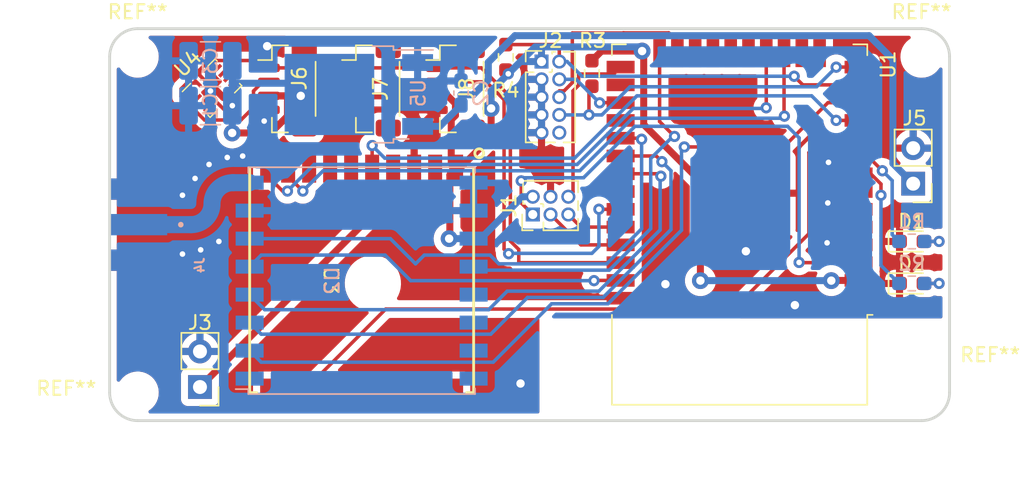
<source format=kicad_pcb>
(kicad_pcb (version 20211014) (generator pcbnew)
  (layers (0 "F.Cu" signal) (31 "B.Cu" signal) (34 "B.Paste" user) (35 "F.Paste" user) (36 "B.SilkS" user "B.Silkscreen") (37 "F.SilkS" user "F.Silkscreen") (38 "B.Mask" user) (39 "F.Mask" user) (44 "Edge.Cuts" user))
  (net 0 "")
  (net 1 "Vbackup")
  (net 2 "GND")
  (net 4 "Net-(D1-Pad2)")
  (net 5 "Net-(D2-Pad2)")
  (net 6 "ESP_EN")
  (net 7 "+3V3")
  (net 8 "ESP_TXD")
  (net 9 "ESP_RXD")
  (net 10 "ESP_IO0")
  (net 11 "ESP_TMS")
  (net 12 "ESP_TCK")
  (net 13 "ESP_TDO")
  (net 14 "ESP_TDI")
  (net 17 "Vin")
  (net 18 "SCL")
  (net 19 "SDA")
  (net 20 "LED_R")
  (net 21 "LED_G")
  (net 24 "FLASH_CS")
  (net 25 "RFM_CS")
  (net 26 "GPS_1PPS")
  (net 27 "GPS_FIX")
  (net 28 "RFM_RST")
  (net 30 "GPS_TX")
  (net 31 "GPS_RX")
  (net 33 "SCK")
  (net 34 "COPI")
  (net 35 "CIPO")
  (net 36 "RFM_DIO0")
  (net 37 "Net-(J4-Pad1)")
  (net 61 "IMU_INT")
  (footprint "Parts:Connector_Qwiic_Vertical" (layer "F.Cu") (at 82.7 90.3 -90)
    (fp_text reference "J6" (at -0.75 -0.85 90) (layer "F.SilkS"))
    (fp_text value "Conn_01x04")
    (pad "1" smd roundrect (at -1.5 1.325 270) (size 0.6 1.55) (layers "F.Cu" "F.Paste" "F.Mask") (net 18 "SCL"))
    (pad "2" smd roundrect (at -0.5 1.325 270) (size 0.6 1.55) (layers "F.Cu" "F.Paste" "F.Mask") (net 19 "SDA"))
    (pad "3" smd roundrect (at 0.5 1.325 270) (size 0.6 1.55) (layers "F.Cu" "F.Paste" "F.Mask") (net 7 "+3V3"))
    (pad "4" smd roundrect (at 1.5 1.325 270) (size 0.6 1.55) (layers "F.Cu" "F.Paste" "F.Mask") (net 2 "GND"))
    (pad "MP" smd roundrect (at -2.8 -1.2 270) (size 1.2 1.8) (layers "F.Cu" "F.Paste" "F.Mask") (roundrect_rratio 0.2083333333))
    (pad "MP" smd roundrect (at 2.8 -1.2 270) (size 1.2 1.8) (layers "F.Cu" "F.Paste" "F.Mask") (roundrect_rratio 0.2083333333))
  )
  (footprint "Connector_PinHeader_1.27mm:PinHeader_2x03_P1.27mm_Vertical" (layer "F.Cu") (at 100.225 99.275 90)
    (fp_text reference "J1" (at 0.635 -1.695 90) (layer "F.SilkS"))
    (fp_text value "Conn_02x03_Odd_Even")
    (pad "1" thru_hole rect (at 0 0 90) (size 1 1) (drill 0.65) (layers *.Cu *.Mask) (net 6 "ESP_EN"))
    (pad "2" thru_hole oval (at 1.27 0 90) (size 1 1) (drill 0.65) (layers *.Cu *.Mask) (net 7 "+3V3"))
    (pad "3" thru_hole oval (at 0 1.27 90) (size 1 1) (drill 0.65) (layers *.Cu *.Mask) (net 8 "ESP_TXD"))
    (pad "4" thru_hole oval (at 1.27 1.27 90) (size 1 1) (drill 0.65) (layers *.Cu *.Mask) (net 2 "GND"))
    (pad "5" thru_hole oval (at 0 2.54 90) (size 1 1) (drill 0.65) (layers *.Cu *.Mask) (net 9 "ESP_RXD"))
    (pad "6" thru_hole oval (at 1.27 2.54 90) (size 1 1) (drill 0.65) (layers *.Cu *.Mask) (net 10 "ESP_IO0"))
  )
  (footprint "Resistor_SMD:R_0603_1608Metric_Pad0.98x0.95mm_HandSolder" (layer "F.Cu") (at 98.3 88.05 90)
    (fp_text reference "R4" (at -2.35 0 180) (layer "F.SilkS"))
    (fp_text value "10k")
    (pad "1" smd roundrect (at -0.9125 0 90) (size 0.975 0.95) (layers "F.Cu" "F.Paste" "F.Mask") (net 7 "+3V3"))
    (pad "2" smd roundrect (at 0.9125 0 90) (size 0.975 0.95) (layers "F.Cu" "F.Paste" "F.Mask") (net 11 "ESP_TMS"))
  )
  (footprint "Parts:FGPMMOPA6H" (layer "F.Cu") (at 88 104 -90)
    (fp_text reference "U3" (at 0 2.2 -90 unlocked) (layer "F.SilkS"))
    (fp_text value "FGPMMOPA6H")
    (pad "" np_thru_hole circle (at 0.2 -0.8 270) (size 3 3) (drill 3) (layers F&B.Cu *.Mask))
    (pad "1" smd rect (at -8 -6.75 270) (size 2 1) (layers "F.Cu" "F.Paste" "F.Mask") (net 7 "+3V3"))
    (pad "2" smd rect (at -8 -5.25 270) (size 2 1) (layers "F.Cu" "F.Paste" "F.Mask"))
    (pad "3" smd rect (at -8 -3.75 270) (size 2 1) (layers "F.Cu" "F.Paste" "F.Mask") (net 2 "GND"))
    (pad "4" smd rect (at -8 -2.25 270) (size 2 1) (layers "F.Cu" "F.Paste" "F.Mask") (net 1 "Vbackup"))
    (pad "5" smd rect (at -8 -0.75 270) (size 2 1) (layers "F.Cu" "F.Paste" "F.Mask") (net 27 "GPS_FIX"))
    (pad "6" smd rect (at -8 0.75 270) (size 2 1) (layers "F.Cu" "F.Paste" "F.Mask"))
    (pad "7" smd rect (at -8 2.25 270) (size 2 1) (layers "F.Cu" "F.Paste" "F.Mask"))
    (pad "8" smd rect (at -8 3.75 270) (size 2 1) (layers "F.Cu" "F.Paste" "F.Mask") (net 2 "GND"))
    (pad "9" smd rect (at -8 5.25 270) (size 2 1) (layers "F.Cu" "F.Paste" "F.Mask") (net 30 "GPS_TX"))
    (pad "10" smd rect (at -8 6.75 270) (size 2 1) (layers "F.Cu" "F.Paste" "F.Mask") (net 31 "GPS_RX"))
    (pad "11" smd rect (at 8 6.75 270) (size 2 1) (layers "F.Cu" "F.Paste" "F.Mask"))
    (pad "12" smd rect (at 8 5.25 270) (size 2 1) (layers "F.Cu" "F.Paste" "F.Mask") (net 2 "GND"))
    (pad "13" smd rect (at 8 3.75 270) (size 2 1) (layers "F.Cu" "F.Paste" "F.Mask") (net 26 "GPS_1PPS"))
    (pad "14" smd rect (at 8 2.25 270) (size 2 1) (layers "F.Cu" "F.Paste" "F.Mask"))
    (pad "15" smd rect (at 8 0.75 270) (size 2 1) (layers "F.Cu" "F.Paste" "F.Mask"))
    (pad "16" smd rect (at 8 -0.75 270) (size 2 1) (layers "F.Cu" "F.Paste" "F.Mask"))
    (pad "17" smd rect (at 8 -2.25 270) (size 2 1) (layers "F.Cu" "F.Paste" "F.Mask"))
    (pad "18" smd rect (at 8 -3.75 270) (size 2 1) (layers "F.Cu" "F.Paste" "F.Mask"))
    (pad "19" smd rect (at 8 -5.25 270) (size 2 1) (layers "F.Cu" "F.Paste" "F.Mask") (net 2 "GND"))
    (pad "20" smd rect (at 8 -6.75 270) (size 2 1) (layers "F.Cu" "F.Paste" "F.Mask"))
  )
  (footprint "RF_Module:ESP32-WROOM-32" (layer "F.Cu") (at 115 97 180)
    (fp_text reference "U1" (at -10.61 8.43 90) (layer "F.SilkS"))
    (fp_text value "ESP32-WROOM-32")
    (pad "1" smd rect (at -8.5 -8.255 180) (size 2 0.9) (layers "F.Cu" "F.Paste" "F.Mask") (net 2 "GND"))
    (pad "2" smd rect (at -8.5 -6.985 180) (size 2 0.9) (layers "F.Cu" "F.Paste" "F.Mask") (net 7 "+3V3"))
    (pad "3" smd rect (at -8.5 -5.715 180) (size 2 0.9) (layers "F.Cu" "F.Paste" "F.Mask") (net 6 "ESP_EN"))
    (pad "4" smd rect (at -8.5 -4.445 180) (size 2 0.9) (layers "F.Cu" "F.Paste" "F.Mask"))
    (pad "5" smd rect (at -8.5 -3.175 180) (size 2 0.9) (layers "F.Cu" "F.Paste" "F.Mask"))
    (pad "6" smd rect (at -8.5 -1.905 180) (size 2 0.9) (layers "F.Cu" "F.Paste" "F.Mask"))
    (pad "7" smd rect (at -8.5 -0.635 180) (size 2 0.9) (layers "F.Cu" "F.Paste" "F.Mask"))
    (pad "8" smd rect (at -8.5 0.635 180) (size 2 0.9) (layers "F.Cu" "F.Paste" "F.Mask") (net 20 "LED_R"))
    (pad "9" smd rect (at -8.5 1.905 180) (size 2 0.9) (layers "F.Cu" "F.Paste" "F.Mask") (net 21 "LED_G"))
    (pad "10" smd rect (at -8.5 3.175 180) (size 2 0.9) (layers "F.Cu" "F.Paste" "F.Mask") (net 26 "GPS_1PPS"))
    (pad "11" smd rect (at -8.5 4.445 180) (size 2 0.9) (layers "F.Cu" "F.Paste" "F.Mask") (net 27 "GPS_FIX"))
    (pad "12" smd rect (at -8.5 5.715 180) (size 2 0.9) (layers "F.Cu" "F.Paste" "F.Mask") (net 28 "RFM_RST"))
    (pad "13" smd rect (at -8.5 6.985 180) (size 2 0.9) (layers "F.Cu" "F.Paste" "F.Mask") (net 11 "ESP_TMS"))
    (pad "14" smd rect (at -8.5 8.255 180) (size 2 0.9) (layers "F.Cu" "F.Paste" "F.Mask") (net 14 "ESP_TDI"))
    (pad "15" smd rect (at -5.715 9.255 270) (size 2 0.9) (layers "F.Cu" "F.Paste" "F.Mask") (net 2 "GND"))
    (pad "16" smd rect (at -4.445 9.255 270) (size 2 0.9) (layers "F.Cu" "F.Paste" "F.Mask"))
    (pad "17" smd rect (at -3.175 9.255 270) (size 2 0.9) (layers "F.Cu" "F.Paste" "F.Mask") (net 30 "GPS_TX"))
    (pad "18" smd rect (at -1.905 9.255 270) (size 2 0.9) (layers "F.Cu" "F.Paste" "F.Mask") (net 31 "GPS_RX"))
    (pad "19" smd rect (at -0.635 9.255 270) (size 2 0.9) (layers "F.Cu" "F.Paste" "F.Mask"))
    (pad "20" smd rect (at 0.635 9.255 270) (size 2 0.9) (layers "F.Cu" "F.Paste" "F.Mask"))
    (pad "21" smd rect (at 1.905 9.255 270) (size 2 0.9) (layers "F.Cu" "F.Paste" "F.Mask"))
    (pad "22" smd rect (at 3.175 9.255 270) (size 2 0.9) (layers "F.Cu" "F.Paste" "F.Mask"))
    (pad "23" smd rect (at 4.445 9.255 270) (size 2 0.9) (layers "F.Cu" "F.Paste" "F.Mask") (net 13 "ESP_TDO"))
    (pad "24" smd rect (at 5.715 9.255 270) (size 2 0.9) (layers "F.Cu" "F.Paste" "F.Mask") (net 36 "RFM_DIO0"))
    (pad "25" smd rect (at 8.5 8.255 180) (size 2 0.9) (layers "F.Cu" "F.Paste" "F.Mask") (net 10 "ESP_IO0"))
    (pad "26" smd rect (at 8.5 6.985 180) (size 2 0.9) (layers "F.Cu" "F.Paste" "F.Mask") (net 24 "FLASH_CS"))
    (pad "27" smd rect (at 8.5 5.715 180) (size 2 0.9) (layers "F.Cu" "F.Paste" "F.Mask") (net 12 "ESP_TCK"))
    (pad "28" smd rect (at 8.5 4.445 180) (size 2 0.9) (layers "F.Cu" "F.Paste" "F.Mask"))
    (pad "29" smd rect (at 8.5 3.175 180) (size 2 0.9) (layers "F.Cu" "F.Paste" "F.Mask") (net 25 "RFM_CS"))
    (pad "30" smd rect (at 8.5 1.905 180) (size 2 0.9) (layers "F.Cu" "F.Paste" "F.Mask") (net 33 "SCK"))
    (pad "31" smd rect (at 8.5 0.635 180) (size 2 0.9) (layers "F.Cu" "F.Paste" "F.Mask") (net 35 "CIPO"))
    (pad "32" smd rect (at 8.5 -0.635 180) (size 2 0.9) (layers "F.Cu" "F.Paste" "F.Mask"))
    (pad "33" smd rect (at 8.5 -1.905 180) (size 2 0.9) (layers "F.Cu" "F.Paste" "F.Mask") (net 19 "SDA"))
    (pad "34" smd rect (at 8.5 -3.175 180) (size 2 0.9) (layers "F.Cu" "F.Paste" "F.Mask") (net 9 "ESP_RXD"))
    (pad "35" smd rect (at 8.5 -4.445 180) (size 2 0.9) (layers "F.Cu" "F.Paste" "F.Mask") (net 8 "ESP_TXD"))
    (pad "36" smd rect (at 8.5 -5.715 180) (size 2 0.9) (layers "F.Cu" "F.Paste" "F.Mask") (net 18 "SCL"))
    (pad "37" smd rect (at 8.5 -6.985 180) (size 2 0.9) (layers "F.Cu" "F.Paste" "F.Mask") (net 34 "COPI"))
    (pad "38" smd rect (at 8.5 -8.255 180) (size 2 0.9) (layers "F.Cu" "F.Paste" "F.Mask") (net 2 "GND"))
    (pad "39" smd rect (at -1 -0.755 180) (size 5 5) (layers "F.Cu" "F.Paste" "F.Mask") (net 2 "GND"))
    (zone (net 0) (net_name "") (layers *.Cu) (connect_pads (clearance 0)) (min_thickness 0.254)
      (keepout (tracks not_allowed) (vias not_allowed) (pads allowed) (copperpour not_allowed) (footprints allowed))
      (fill (thermal_gap 0.508) (thermal_bridge_width 0.508))
      (polygon (pts (xy 129 106.97) (xy 101 106.97) (xy 101 117.75) (xy 129 117.75)))
    )
  )
  (footprint "Resistor_SMD:R_0603_1608Metric_Pad0.98x0.95mm_HandSolder" (layer "F.Cu") (at 104.45 89.2 -90)
    (fp_text reference "R3" (at -2.35 -0.05 180) (layer "F.SilkS"))
    (fp_text value "10k")
    (pad "1" smd roundrect (at -0.9125 0 270) (size 0.975 0.95) (layers "F.Cu" "F.Paste" "F.Mask") (net 7 "+3V3"))
    (pad "2" smd roundrect (at 0.9125 0 270) (size 0.975 0.95) (layers "F.Cu" "F.Paste" "F.Mask") (net 14 "ESP_TDI"))
  )
  (footprint "Parts:Connector_Qwiic_Vertical" (layer "F.Cu") (at 88.7 90.3 -90)
    (fp_text reference "J7" (at 0 -0.65 90) (layer "F.SilkS"))
    (fp_text value "Conn_01x04")
    (pad "1" smd roundrect (at -1.5 1.325 270) (size 0.6 1.55) (layers "F.Cu" "F.Paste" "F.Mask") (net 18 "SCL"))
    (pad "2" smd roundrect (at -0.5 1.325 270) (size 0.6 1.55) (layers "F.Cu" "F.Paste" "F.Mask") (net 19 "SDA"))
    (pad "3" smd roundrect (at 0.5 1.325 270) (size 0.6 1.55) (layers "F.Cu" "F.Paste" "F.Mask") (net 7 "+3V3"))
    (pad "4" smd roundrect (at 1.5 1.325 270) (size 0.6 1.55) (layers "F.Cu" "F.Paste" "F.Mask") (net 2 "GND"))
    (pad "MP" smd roundrect (at 2.8 -1.2 270) (size 1.2 1.8) (layers "F.Cu" "F.Paste" "F.Mask") (roundrect_rratio 0.2083333333))
    (pad "MP" smd roundrect (at -2.8 -1.2 270) (size 1.2 1.8) (layers "F.Cu" "F.Paste" "F.Mask") (roundrect_rratio 0.2083333333))
  )
  (footprint "LED_SMD:LED_0603_1608Metric_Pad1.05x0.95mm_HandSolder" (layer "F.Cu") (at 127.3 101.2)
    (fp_text reference "D1" (at 0 -1.43) (layer "F.SilkS"))
    (fp_text value "LED")
    (pad "1" smd roundrect (at -0.875 0) (size 1.05 0.95) (layers "F.Cu" "F.Paste" "F.Mask") (net 2 "GND"))
    (pad "2" smd roundrect (at 0.875 0) (size 1.05 0.95) (layers "F.Cu" "F.Paste" "F.Mask") (net 4 "Net-(D1-Pad2)"))
  )
  (footprint "Connector_PinHeader_2.54mm:PinHeader_1x02_P2.54mm_Vertical" (layer "F.Cu") (at 127.4 97.075 180)
    (fp_text reference "J5" (at -0.1 4.675) (layer "F.SilkS"))
    (fp_text value "Conn_01x02")
    (pad "1" thru_hole rect (at 0 0 180) (size 1.7 1.7) (drill 1) (layers *.Cu *.Mask) (net 17 "Vin"))
    (pad "2" thru_hole oval (at 0 2.54 180) (size 1.7 1.7) (drill 1) (layers *.Cu *.Mask) (net 2 "GND"))
  )
  (footprint "Parts:Connector_Qwiic_Vertical" (layer "F.Cu") (at 94.7 90.3 -90)
    (fp_text reference "J8" (at 0.05 -0.8 90) (layer "F.SilkS"))
    (fp_text value "Conn_01x04")
    (pad "1" smd roundrect (at -1.5 1.325 270) (size 0.6 1.55) (layers "F.Cu" "F.Paste" "F.Mask") (net 18 "SCL"))
    (pad "2" smd roundrect (at -0.5 1.325 270) (size 0.6 1.55) (layers "F.Cu" "F.Paste" "F.Mask") (net 19 "SDA"))
    (pad "3" smd roundrect (at 0.5 1.325 270) (size 0.6 1.55) (layers "F.Cu" "F.Paste" "F.Mask") (net 7 "+3V3"))
    (pad "4" smd roundrect (at 1.5 1.325 270) (size 0.6 1.55) (layers "F.Cu" "F.Paste" "F.Mask") (net 2 "GND"))
    (pad "MP" smd roundrect (at -2.8 -1.2 270) (size 1.2 1.8) (layers "F.Cu" "F.Paste" "F.Mask") (roundrect_rratio 0.2083333333))
    (pad "MP" smd roundrect (at 2.8 -1.2 270) (size 1.2 1.8) (layers "F.Cu" "F.Paste" "F.Mask") (roundrect_rratio 0.2083333333))
  )
  (footprint "LED_SMD:LED_0603_1608Metric_Pad1.05x0.95mm_HandSolder" (layer "F.Cu") (at 127.3 104.2)
    (fp_text reference "D2" (at 0 -1.43) (layer "F.SilkS"))
    (fp_text value "LED")
    (pad "1" smd roundrect (at -0.875 0) (size 1.05 0.95) (layers "F.Cu" "F.Paste" "F.Mask") (net 2 "GND"))
    (pad "2" smd roundrect (at 0.875 0) (size 1.05 0.95) (layers "F.Cu" "F.Paste" "F.Mask") (net 5 "Net-(D2-Pad2)"))
  )
  (footprint "Package_LGA:Bosch_LGA-14_3x2.5mm_P0.5mm" (layer "F.Cu") (at 77.35 90.25 45)
    (fp_text reference "U4" (at 0 -2.5 45) (layer "F.SilkS"))
    (fp_text value "BMI160")
    (pad "1" smd rect (at -1.2625 -0.75 45) (size 0.675 0.25) (layers "F.Cu" "F.Paste" "F.Mask"))
    (pad "2" smd rect (at -1.2625 -0.25 45) (size 0.675 0.25) (layers "F.Cu" "F.Paste" "F.Mask"))
    (pad "3" smd rect (at -1.2625 0.25 45) (size 0.675 0.25) (layers "F.Cu" "F.Paste" "F.Mask"))
    (pad "4" smd rect (at -1.2625 0.75 45) (size 0.675 0.25) (layers "F.Cu" "F.Paste" "F.Mask") (net 61 "IMU_INT"))
    (pad "5" smd rect (at -0.5 1.0125 45) (size 0.25 0.675) (layers "F.Cu" "F.Paste" "F.Mask") (net 7 "+3V3"))
    (pad "6" smd rect (at 0 1.0125 45) (size 0.25 0.675) (layers "F.Cu" "F.Paste" "F.Mask") (net 2 "GND"))
    (pad "7" smd rect (at 0.5 1.0125 45) (size 0.25 0.675) (layers "F.Cu" "F.Paste" "F.Mask") (net 2 "GND"))
    (pad "8" smd rect (at 1.2625 0.75 45) (size 0.675 0.25) (layers "F.Cu" "F.Paste" "F.Mask") (net 7 "+3V3"))
    (pad "9" smd rect (at 1.2625 0.25 45) (size 0.675 0.25) (layers "F.Cu" "F.Paste" "F.Mask"))
    (pad "10" smd rect (at 1.2625 -0.25 45) (size 0.675 0.25) (layers "F.Cu" "F.Paste" "F.Mask"))
    (pad "11" smd rect (at 1.2625 -0.75 45) (size 0.675 0.25) (layers "F.Cu" "F.Paste" "F.Mask"))
    (pad "12" smd rect (at 0.5 -1.0125 45) (size 0.25 0.675) (layers "F.Cu" "F.Paste" "F.Mask"))
    (pad "13" smd rect (at 0 -1.0125 45) (size 0.25 0.675) (layers "F.Cu" "F.Paste" "F.Mask") (net 18 "SCL"))
    (pad "14" smd rect (at -0.5 -1.0125 45) (size 0.25 0.675) (layers "F.Cu" "F.Paste" "F.Mask") (net 19 "SDA"))
  )
  (footprint "MountingHole:MountingHole_2mm" (layer "F.Cu") (at 128 88)
    (fp_text reference "REF**" (at 0 -3.2) (layer "F.SilkS"))
    (fp_text value "MountingHole_2mm")
    (pad "" np_thru_hole circle (at 0 0) (size 2 2) (drill 2) (layers *.Cu *.Mask))
  )
  (footprint "Connector_PinHeader_2.54mm:PinHeader_1x02_P2.54mm_Vertical" (layer "F.Cu") (at 76.45 111.6 180)
    (fp_text reference "J3" (at 0 4.6) (layer "F.SilkS"))
    (fp_text value "Conn_01x02")
    (pad "1" thru_hole rect (at 0 0 180) (size 1.7 1.7) (drill 1) (layers *.Cu *.Mask) (net 1 "Vbackup"))
    (pad "2" thru_hole oval (at 0 2.54 180) (size 1.7 1.7) (drill 1) (layers *.Cu *.Mask) (net 2 "GND"))
  )
  (footprint "MountingHole:MountingHole_2mm" (layer "F.Cu") (at 72 88)
    (fp_text reference "REF**" (at 0 -3.2) (layer "F.SilkS"))
    (fp_text value "MountingHole_2mm")
    (pad "" np_thru_hole circle (at 0 0) (size 2 2) (drill 2) (layers *.Cu *.Mask))
  )
  (footprint "MountingHole:MountingHole_2mm" (layer "F.Cu") (at 128 112)
    (fp_text reference "REF**" (at 4.9 -2.7) (layer "F.SilkS"))
    (fp_text value "MountingHole_2mm")
    (pad "" np_thru_hole circle (at 0 0) (size 2 2) (drill 2) (layers *.Cu *.Mask))
  )
  (footprint "MountingHole:MountingHole_2mm" (layer "F.Cu") (at 72 112)
    (fp_text reference "REF**" (at -5.1 -0.3) (layer "F.SilkS"))
    (fp_text value "MountingHole_2mm")
    (pad "" np_thru_hole circle (at 0 0) (size 2 2) (drill 2) (layers *.Cu *.Mask))
  )
  (footprint "Connector_PinHeader_1.27mm:PinHeader_2x05_P1.27mm_Vertical" (layer "F.Cu") (at 100.85 88.35)
    (fp_text reference "J2" (at 0.65 -1.5) (layer "F.SilkS"))
    (fp_text value "Conn_02x05_Odd_Even")
    (pad "1" thru_hole rect (at 0 0) (size 1 1) (drill 0.65) (layers *.Cu *.Mask) (net 7 "+3V3"))
    (pad "2" thru_hole oval (at 1.27 0) (size 1 1) (drill 0.65) (layers *.Cu *.Mask) (net 11 "ESP_TMS"))
    (pad "3" thru_hole oval (at 0 1.27) (size 1 1) (drill 0.65) (layers *.Cu *.Mask) (net 2 "GND"))
    (pad "4" thru_hole oval (at 1.27 1.27) (size 1 1) (drill 0.65) (layers *.Cu *.Mask) (net 12 "ESP_TCK"))
    (pad "5" thru_hole oval (at 0 2.54) (size 1 1) (drill 0.65) (layers *.Cu *.Mask) (net 2 "GND"))
    (pad "6" thru_hole oval (at 1.27 2.54) (size 1 1) (drill 0.65) (layers *.Cu *.Mask) (net 13 "ESP_TDO"))
    (pad "7" thru_hole oval (at 0 3.81) (size 1 1) (drill 0.65) (layers *.Cu *.Mask) (net 2 "GND"))
    (pad "8" thru_hole oval (at 1.27 3.81) (size 1 1) (drill 0.65) (layers *.Cu *.Mask) (net 14 "ESP_TDI"))
    (pad "9" thru_hole oval (at 0 5.08) (size 1 1) (drill 0.65) (layers *.Cu *.Mask) (net 2 "GND"))
    (pad "10" thru_hole oval (at 1.27 5.08) (size 1 1) (drill 0.65) (layers *.Cu *.Mask))
  )
  (footprint "Resistor_SMD:R_0603_1608Metric_Pad0.98x0.95mm_HandSolder" (layer "B.Cu") (at 127.3 101.2 180)
    (fp_text reference "R1" (at 0 1.43) (layer "B.SilkS") (effects (justify mirror)))
    (fp_text value "330R")
    (pad "1" smd roundrect (at -0.9125 0 180) (size 0.975 0.95) (layers "B.Cu" "B.Paste" "B.Mask") (net 4 "Net-(D1-Pad2)"))
    (pad "2" smd roundrect (at 0.9125 0 180) (size 0.975 0.95) (layers "B.Cu" "B.Paste" "B.Mask") (net 21 "LED_G"))
  )
  (footprint "Capacitor_SMD:C_0603_1608Metric_Pad1.08x0.95mm_HandSolder" (layer "B.Cu") (at 95.1 90.6 90)
    (fp_text reference "C2" (at 0 1.43 90) (layer "B.SilkS") (effects (justify mirror)))
    (fp_text value ".1uF")
    (pad "1" smd roundrect (at -0.8625 0 90) (size 1.075 0.95) (layers "B.Cu" "B.Paste" "B.Mask") (net 17 "Vin"))
    (pad "2" smd roundrect (at 0.8625 0 90) (size 1.075 0.95) (layers "B.Cu" "B.Paste" "B.Mask") (net 2 "GND"))
  )
  (footprint "Package_TO_SOT_SMD:TO-252-2" (layer "B.Cu") (at 87.8 90.7 180)
    (fp_text reference "U5" (at -4.25 0.1 90) (layer "B.SilkS") (effects (justify mirror)))
    (fp_text value "LD1117V33")
    (pad "1" smd rect (at -4.2 2.28 180) (size 2.2 1.2) (layers "B.Cu" "B.Paste" "B.Mask") (net 2 "GND"))
    (pad "2" smd rect (at 2.1 0 180) (size 6.4 5.8) (layers "B.Cu" "B.Mask") (net 7 "+3V3"))
    (pad "3" smd rect (at -4.2 -2.28 180) (size 2.2 1.2) (layers "B.Cu" "B.Paste" "B.Mask") (net 17 "Vin"))
  )
  (footprint "Resistor_SMD:R_0603_1608Metric_Pad0.98x0.95mm_HandSolder" (layer "B.Cu") (at 127.3 104.2 180)
    (fp_text reference "R2" (at 0 1.43) (layer "B.SilkS") (effects (justify mirror)))
    (fp_text value "330R")
    (pad "1" smd roundrect (at -0.9125 0 180) (size 0.975 0.95) (layers "B.Cu" "B.Paste" "B.Mask") (net 5 "Net-(D2-Pad2)"))
    (pad "2" smd roundrect (at 0.9125 0 180) (size 0.975 0.95) (layers "B.Cu" "B.Paste" "B.Mask") (net 20 "LED_R"))
  )
  (footprint "SnapEDA_CONREVSMA003:LINX_CONREVSMA003.062" (layer "B.Cu") (at 70.05 100 90)
    (fp_text reference "J4" (at -2.903 6.3814 270) (layer "B.SilkS") (effects (font (size 0.64 0.64)) (justify mirror)))
    (fp_text value "Conn_Coaxial")
    (pad "1" smd rect (at 0 2.03 90) (size 1.52 4.06) (layers "B.Cu" "B.Paste" "B.Mask") (net 37 "Net-(J4-Pad1)"))
    (pad "2" smd rect (at -2.54 2.03 90) (size 1.52 4.06) (layers "F.Cu" "F.Paste" "F.Mask") (net 2 "GND"))
    (pad "2" smd rect (at 2.54 2.03 90) (size 1.52 4.06) (layers "B.Cu" "B.Paste" "B.Mask") (net 2 "GND"))
    (pad "2" smd rect (at -2.54 2.03 90) (size 1.52 4.06) (layers "B.Cu" "B.Paste" "B.Mask") (net 2 "GND"))
    (pad "2" smd rect (at 2.54 2.03 90) (size 1.52 4.06) (layers "F.Cu" "F.Paste" "F.Mask") (net 2 "GND"))
  )
  (footprint "RF_Module:HOPERF_RFM9XW_SMD" (layer "B.Cu") (at 88 104)
    (fp_text reference "U2" (at -2.1 0 90) (layer "B.SilkS") (effects (justify mirror)))
    (fp_text value "RFM97CW-915S2")
    (pad "1" smd rect (at -8 7) (size 2 1) (layers "B.Cu" "B.Paste" "B.Mask"))
    (pad "2" smd rect (at -8 5) (size 2 1) (layers "B.Cu" "B.Paste" "B.Mask") (net 28 "RFM_RST"))
    (pad "3" smd rect (at -8 3) (size 2 1) (layers "B.Cu" "B.Paste" "B.Mask") (net 33 "SCK"))
    (pad "4" smd rect (at -8 1) (size 2 1) (layers "B.Cu" "B.Paste" "B.Mask") (net 35 "CIPO"))
    (pad "5" smd rect (at -8 -1) (size 2 1) (layers "B.Cu" "B.Paste" "B.Mask") (net 34 "COPI"))
    (pad "6" smd rect (at -8 -3) (size 2 1) (layers "B.Cu" "B.Paste" "B.Mask") (net 25 "RFM_CS"))
    (pad "7" smd rect (at -8 -5) (size 2 1) (layers "B.Cu" "B.Paste" "B.Mask") (net 2 "GND"))
    (pad "8" smd rect (at -8 -7) (size 2 1) (layers "B.Cu" "B.Paste" "B.Mask") (net 37 "Net-(J4-Pad1)"))
    (pad "9" smd rect (at 8 -7) (size 2 1) (layers "B.Cu" "B.Paste" "B.Mask") (net 2 "GND"))
    (pad "10" smd rect (at 8 -5) (size 2 1) (layers "B.Cu" "B.Paste" "B.Mask") (net 2 "GND"))
    (pad "11" smd rect (at 8 -3) (size 2 1) (layers "B.Cu" "B.Paste" "B.Mask") (net 7 "+3V3"))
    (pad "12" smd rect (at 8 -1) (size 2 1) (layers "B.Cu" "B.Paste" "B.Mask") (net 36 "RFM_DIO0"))
    (pad "13" smd rect (at 8 1) (size 2 1) (layers "B.Cu" "B.Paste" "B.Mask"))
    (pad "14" smd rect (at 8 3) (size 2 1) (layers "B.Cu" "B.Paste" "B.Mask"))
    (pad "15" smd rect (at 8 5) (size 2 1) (layers "B.Cu" "B.Paste" "B.Mask"))
    (pad "16" smd rect (at 8 7) (size 2 1) (layers "B.Cu" "B.Paste" "B.Mask"))
  )
  (footprint "Capacitor_SMD:C_1210_3225Metric_Pad1.33x2.70mm_HandSolder" (layer "B.Cu") (at 77.2 91.5 180)
    (fp_text reference "C1" (at 0 -0.05 90) (layer "B.SilkS") (effects (justify mirror)))
    (fp_text value "10uF")
    (pad "1" smd roundrect (at -1.5625 0 180) (size 1.325 2.7) (layers "B.Cu" "B.Paste" "B.Mask") (roundrect_rratio 0.1886792453) (net 7 "+3V3"))
    (pad "2" smd roundrect (at 1.5625 0 180) (size 1.325 2.7) (layers "B.Cu" "B.Paste" "B.Mask") (roundrect_rratio 0.1886792453) (net 2 "GND"))
  )
  (footprint "Capacitor_SMD:C_1210_3225Metric_Pad1.33x2.70mm_HandSolder" (layer "B.Cu") (at 77.2 88.3 180)
    (fp_text reference "C3" (at 0 0 90) (layer "B.SilkS") (effects (justify mirror)))
    (fp_text value "10uF")
    (pad "1" smd roundrect (at -1.5625 0 180) (size 1.325 2.7) (layers "B.Cu" "B.Paste" "B.Mask") (roundrect_rratio 0.1886792453) (net 7 "+3V3"))
    (pad "2" smd roundrect (at 1.5625 0 180) (size 1.325 2.7) (layers "B.Cu" "B.Paste" "B.Mask") (roundrect_rratio 0.1886792453) (net 2 "GND"))
  )
  (gr_arc (start 130 112) (mid 129.414214 113.414214) (end 128 114) (layer "Edge.Cuts") (width 0.2))
  (gr_line (start 70 112) (end 70 88) (layer "Edge.Cuts") (width 0.2))
  (gr_line (start 130 88) (end 130 112) (layer "Edge.Cuts") (width 0.2))
  (gr_arc (start 72 114) (mid 70.585786 113.414214) (end 70 112) (layer "Edge.Cuts") (width 0.2))
  (gr_line (start 128 114) (end 72 114) (layer "Edge.Cuts") (width 0.2))
  (gr_line (start 72 86) (end 128 86) (layer "Edge.Cuts") (width 0.2))
  (gr_arc (start 70 88) (mid 70.585786 86.585786) (end 72 86) (layer "Edge.Cuts") (width 0.2))
  (gr_arc (start 128 86) (mid 129.414214 86.585786) (end 130 88) (layer "Edge.Cuts") (width 0.2))
  (segment (start 76.45 111.6) (end 90.25 97.8) (width 0.5) (layer "F.Cu") (net 1))
  (segment (start 90.25 97.8) (end 90.25 96) (width 0.5) (layer "F.Cu") (net 1))
  (segment (start 77.655387 90.45) (end 78.11864 90.913253) (width 0.5) (layer "F.Cu") (net 2))
  (segment (start 81.036812 92.6005) (end 81.036812 92.138188) (width 0.5) (layer "F.Cu") (net 2))
  (segment (start 77.2 90.45) (end 77.655387 90.45) (width 0.5) (layer "F.Cu") (net 2))
  (segment (start 91.75 93.425) (end 93.375 91.8) (width 0.5) (layer "F.Cu") (net 2))
  (segment (start 81.036812 92.138188) (end 81.375 91.8) (width 0.5) (layer "F.Cu") (net 2))
  (segment (start 78.419499 90.612392) (end 78.118639 90.913253) (width 0.5) (layer "F.Cu") (net 2))
  (segment (start 91.75 96) (end 91.75 93.425) (width 0.5) (layer "F.Cu") (net 2))
  (via (at 81.25 87.25) (size 1.2) (drill 0.6) (layers "F.Cu" "B.Cu") (net 2))
  (via (at 77.1 95.7) (size 0.8) (drill 0.4) (layers "F.Cu" "B.Cu") (net 2))
  (via (at 75.2 102.1) (size 0.8) (drill 0.4) (layers "F.Cu" "B.Cu") (net 2))
  (via (at 121.3 98.45) (size 0.8) (drill 0.4) (layers "F.Cu" "B.Cu") (net 2))
  (via (at 118.95 105.75) (size 1.2) (drill 0.6) (layers "F.Cu" "B.Cu") (net 2))
  (via (at 99.35 111.35) (size 1.2) (drill 0.6) (layers "F.Cu" "B.Cu") (net 2))
  (via (at 81.036812 92.6005) (size 0.8) (drill 0.4) (layers "F.Cu" "B.Cu") (net 2))
  (via (at 121.35 95.55) (size 0.8) (drill 0.4) (layers "F.Cu" "B.Cu") (net 2))
  (via (at 75.2 97.9) (size 0.8) (drill 0.4) (layers "F.Cu" "B.Cu") (net 2))
  (via (at 77.2 90.45) (size 0.8) (drill 0.4) (layers "F.Cu" "B.Cu") (net 2))
  (via (at 77.8 101.2) (size 0.8) (drill 0.4) (layers "F.Cu" "B.Cu") (net 2))
  (via (at 76.1 96.7) (size 0.8) (drill 0.4) (layers "F.Cu" "B.Cu") (net 2))
  (via (at 109.7 104.25) (size 1.2) (drill 0.6) (layers "F.Cu" "B.Cu") (net 2))
  (via (at 78.4 95.2) (size 0.8) (drill 0.4) (layers "F.Cu" "B.Cu") (net 2))
  (via (at 79.5 95.1) (size 0.8) (drill 0.4) (layers "F.Cu" "B.Cu") (net 2))
  (via (at 76.5 101.8) (size 0.8) (drill 0.4) (layers "F.Cu" "B.Cu") (net 2))
  (via (at 121.25 101.3) (size 0.8) (drill 0.4) (layers "F.Cu" "B.Cu") (net 2))
  (via (at 115.45 101.9) (size 1.2) (drill 0.6) (layers "F.Cu" "B.Cu") (net 2))
  (segment (start 128.175 101.2) (end 129.25 101.2) (width 0.25) (layer "F.Cu") (net 4))
  (via (at 129.25 101.2) (size 0.8) (drill 0.4) (layers "F.Cu" "B.Cu") (net 4))
  (segment (start 129.25 101.2) (end 128.2125 101.2) (width 0.25) (layer "B.Cu") (net 4))
  (segment (start 128.175 104.2) (end 129.25 104.2) (width 0.25) (layer "F.Cu") (net 5))
  (via (at 129.25 104.2) (size 0.8) (drill 0.4) (layers "F.Cu" "B.Cu") (net 5))
  (segment (start 129.25 104.2) (end 128.2125 104.2) (width 0.25) (layer "B.Cu") (net 5))
  (segment (start 99.400489 98.450489) (end 100.225 99.275) (width 0.25) (layer "F.Cu") (net 6))
  (segment (start 99.400489 96.874011) (end 99.400489 98.450489) (width 0.25) (layer "F.Cu") (net 6))
  (segment (start 123.5 102.715) (end 119.265 102.715) (width 0.25) (layer "F.Cu") (net 6))
  (segment (start 119.265 102.715) (end 119.25 102.7) (width 0.25) (layer "F.Cu") (net 6))
  (via (at 119.25 102.7) (size 0.8) (drill 0.4) (layers "F.Cu" "B.Cu") (net 6))
  (via (at 99.400489 96.874011) (size 0.8) (drill 0.4) (layers "F.Cu" "B.Cu") (net 6))
  (segment (start 103.85 96.65) (end 107.525489 92.974511) (width 0.25) (layer "B.Cu") (net 6))
  (segment (start 107.525489 92.974511) (end 118.424511 92.974511) (width 0.25) (layer "B.Cu") (net 6))
  (segment (start 99.400489 96.874011) (end 99.6245 96.65) (width 0.25) (layer "B.Cu") (net 6))
  (segment (start 99.6245 96.65) (end 103.85 96.65) (width 0.25) (layer "B.Cu") (net 6))
  (segment (start 118.424511 92.974511) (end 119.25 93.8) (width 0.25) (layer "B.Cu") (net 6))
  (segment (start 119.25 93.8) (end 119.25 102.7) (width 0.25) (layer "B.Cu") (net 6))
  (segment (start 104.45 88.2875) (end 105.1375 87.6) (width 0.5) (layer "F.Cu") (net 7))
  (segment (start 108.035498 87.6) (end 108.15 87.714502) (width 0.5) (layer "F.Cu") (net 7))
  (segment (start 91.9 90.8) (end 93.375 90.8) (width 0.5) (layer "F.Cu") (net 7))
  (segment (start 94.7 92.198925) (end 94.7 91.35) (width 0.5) (layer "F.Cu") (net 7))
  (segment (start 78.7625 91.5) (end 78.994018 91.268482) (width 0.25) (layer "F.Cu") (net 7))
  (segment (start 78.342893 91.95) (end 77.712392 91.319499) (width 0.25) (layer "F.Cu") (net 7))
  (segment (start 81.375 90.8) (end 83.65 90.8) (width 0.5) (layer "F.Cu") (net 7))
  (segment (start 83.65 90.8) (end 87.375 90.8) (width 0.5) (layer "F.Cu") (net 7))
  (segment (start 78.7625 91.5) (end 78.7625 91.5375) (width 0.25) (layer "F.Cu") (net 7))
  (segment (start 78.7625 91.5375) (end 78.35 91.95) (width 0.25) (layer "F.Cu") (net 7))
  (segment (start 94.7 91.35) (end 94.15 90.8) (width 0.5) (layer "F.Cu") (net 7))
  (segment (start 82.7 90.8) (end 82.7 92.25) (width 0.5) (layer "F.Cu") (net 7))
  (segment (start 112.2 96.898609) (end 112.2 104) (width 0.5) (layer "F.Cu") (net 7))
  (segment (start 78.35 91.95) (end 78.342893 91.95) (width 0.25) (layer "F.Cu") (net 7))
  (segment (start 81.375 90.8) (end 82.7 90.8) (width 0.5) (layer "F.Cu") (net 7))
  (segment (start 105.1375 87.6) (end 108.035498 87.6) (width 0.5) (layer "F.Cu") (net 7))
  (segment (start 87.375 90.8) (end 91.9 90.8) (width 0.5) (layer "F.Cu") (net 7))
  (segment (start 94.3 100.95) (end 94.3 96.45) (width 0.5) (layer "F.Cu") (net 7))
  (segment (start 108.15 87.714502) (end 108.15 92.848609) (width 0.5) (layer "F.Cu") (net 7))
  (segment (start 94.25 101) (end 94.3 100.95) (width 0.5) (layer "F.Cu") (net 7))
  (segment (start 97.25 93.73927) (end 94.98927 96) (width 0.5) (layer "F.Cu") (net 7))
  (segment (start 108.15 92.848609) (end 112.2 96.898609) (width 0.5) (layer "F.Cu") (net 7))
  (segment (start 94.15 90.8) (end 93.375 90.8) (width 0.5) (layer "F.Cu") (net 7))
  (segment (start 78.994018 91.268482) (end 78.994018 90.108574) (width 0.25) (layer "F.Cu") (net 7))
  (segment (start 81.5 93.45) (end 78.75 93.45) (width 0.5) (layer "F.Cu") (net 7))
  (segment (start 94.3 96.45) (end 94.75 96) (width 0.5) (layer "F.Cu") (net 7))
  (segment (start 82.7 92.25) (end 81.5 93.45) (width 0.5) (layer "F.Cu") (net 7))
  (segment (start 78.994018 90.108574) (end 78.773052 89.887608) (width 0.25) (layer "F.Cu") (net 7))
  (segment (start 94.75 96) (end 94.4 95.65) (width 0.5) (layer "F.Cu") (net 7))
  (segment (start 123.5 103.985) (end 121.565 103.985) (width 0.5) (layer "F.Cu") (net 7))
  (segment (start 94.98927 96) (end 94.75 96) (width 0.5) (layer "F.Cu") (net 7))
  (segment (start 94.4 95.65) (end 94.4 92.498925) (width 0.5) (layer "F.Cu") (net 7))
  (segment (start 121.565 103.985) (end 121.55 104) (width 0.5) (layer "F.Cu") (net 7))
  (segment (start 94.4 92.498925) (end 94.7 92.198925) (width 0.5) (layer "F.Cu") (net 7))
  (segment (start 97.25 91.7) (end 97.25 93.73927) (width 0.5) (layer "F.Cu") (net 7))
  (via (at 78.75 93.45) (size 1.2) (drill 0.6) (layers "F.Cu" "B.Cu") (net 7))
  (via (at 112.2 104) (size 1.2) (drill 0.6) (layers "F.Cu" "B.Cu") (net 7))
  (via (at 83.65 90.8) (size 1.2) (drill 0.6) (layers "F.Cu" "B.Cu") (net 7))
  (via (at 94.25 101) (size 1.2) (drill 0.6) (layers "F.Cu" "B.Cu") (net 7))
  (via (at 108.035498 87.6) (size 1.2) (drill 0.6) (layers "F.Cu" "B.Cu") (net 7))
  (via (at 98.475 89.225) (size 0.8) (drill 0.4) (layers "F.Cu" "B.Cu") (net 7))
  (via (at 121.55 104) (size 1.2) (drill 0.6) (layers "F.Cu" "B.Cu") (net 7))
  (via (at 78.7625 91.5) (size 0.8) (drill 0.4) (layers "F.Cu" "B.Cu") (net 7))
  (via (at 97.25 91.7) (size 1.2) (drill 0.6) (layers "F.Cu" "B.Cu") (net 7))
  (segment (start 99.495 98.005) (end 100.225 98.005) (width 0.5) (layer "B.Cu") (net 7))
  (segment (start 78.7625 91.5) (end 78.7625 93.4375) (width 0.5) (layer "B.Cu") (net 7))
  (segment (start 112.2 104) (end 121.55 104) (width 0.5) (layer "B.Cu") (net 7))
  (segment (start 99.35 88.35) (end 100.85 88.35) (width 0.5) (layer "B.Cu") (net 7))
  (segment (start 108.035498 87.585498) (end 107.75 87.3) (width 0.5) (layer "B.Cu") (net 7))
  (segment (start 78.7625 93.4375) (end 78.75 93.45) (width 0.5) (layer "B.Cu") (net 7))
  (segment (start 78.7625 89.8875) (end 78.7625 91.5) (width 0.5) (layer "B.Cu") (net 7))
  (segment (start 100.9 87.3) (end 100.85 87.35) (width 0.5) (layer "B.Cu") (net 7))
  (segment (start 100.4 87.3) (end 100.9 87.3) (width 0.5) (layer "B.Cu") (net 7))
  (segment (start 99.35 88.35) (end 100.4 87.3) (width 0.5) (layer "B.Cu") (net 7))
  (segment (start 78.7625 89.8875) (end 78.775 89.9) (width 0.5) (layer "B.Cu") (net 7))
  (segment (start 97.25 91.7) (end 97.25 90.45) (width 0.5) (layer "B.Cu") (net 7))
  (segment (start 107.75 87.3) (end 100.9 87.3) (width 0.5) (layer "B.Cu") (net 7))
  (segment (start 78.7625 88.3) (end 78.7625 89.8875) (width 0.5) (layer "B.Cu") (net 7))
  (segment (start 78.775 89.9) (end 84.9 89.9) (width 0.5) (layer "B.Cu") (net 7))
  (segment (start 108.035498 87.6) (end 108.035498 87.585498) (width 0.5) (layer "B.Cu") (net 7))
  (segment (start 96 101) (end 96.5 101) (width 0.5) (layer "B.Cu") (net 7))
  (segment (start 98.475 89.225) (end 99.35 88.35) (width 0.5) (layer "B.Cu") (net 7))
  (segment (start 96.5 101) (end 99.495 98.005) (width 0.5) (layer "B.Cu") (net 7))
  (segment (start 84.9 89.9) (end 85.7 90.7) (width 0.5) (layer "B.Cu") (net 7))
  (segment (start 97.25 90.45) (end 98.475 89.225) (width 0.5) (layer "B.Cu") (net 7))
  (segment (start 96 101) (end 94.25 101) (width 0.5) (layer "B.Cu") (net 7))
  (segment (start 100.85 87.35) (end 100.85 88.35) (width 0.5) (layer "B.Cu") (net 7))
  (segment (start 103.665 101.445) (end 101.495 99.275) (width 0.25) (layer "F.Cu") (net 8))
  (segment (start 106.5 101.445) (end 103.665 101.445) (width 0.25) (layer "F.Cu") (net 8))
  (segment (start 103.665 100.175) (end 102.765 99.275) (width 0.25) (layer "F.Cu") (net 9))
  (segment (start 106.5 100.175) (end 103.665 100.175) (width 0.25) (layer "F.Cu") (net 9))
  (segment (start 103.1 90.441754) (end 103.1 97.67) (width 0.25) (layer "F.Cu") (net 10))
  (segment (start 106.004511 89.240489) (end 103.49952 89.240489) (width 0.25) (layer "F.Cu") (net 10))
  (segment (start 103.1 97.67) (end 102.765 98.005) (width 0.25) (layer "F.Cu") (net 10))
  (segment (start 103.49952 89.240489) (end 103.49952 90.042234) (width 0.25) (layer "F.Cu") (net 10))
  (segment (start 106.5 88.745) (end 106.004511 89.240489) (width 0.25) (layer "F.Cu") (net 10))
  (segment (start 103.49952 90.042234) (end 103.1 90.441754) (width 0.25) (layer "F.Cu") (net 10))
  (segment (start 102.12 87.52) (end 101.7375 87.1375) (width 0.25) (layer "F.Cu") (net 11))
  (segment (start 101.7375 87.1375) (end 98.3 87.1375) (width 0.25) (layer "F.Cu") (net 11))
  (segment (start 118.8995 89.4) (end 119.5145 90.015) (width 0.25) (layer "F.Cu") (net 11))
  (segment (start 102.12 88.35) (end 102.12 87.52) (width 0.25) (layer "F.Cu") (net 11))
  (segment (start 119.5145 90.015) (end 123.5 90.015) (width 0.25) (layer "F.Cu") (net 11))
  (via (at 118.8995 89.4) (size 0.8) (drill 0.4) (layers "F.Cu" "B.Cu") (net 11))
  (segment (start 118.8995 89.4) (end 103.735718 89.4) (width 0.25) (layer "B.Cu") (net 11))
  (segment (start 103.735718 89.4) (end 102.685718 88.35) (width 0.25) (layer "B.Cu") (net 11))
  (segment (start 102.685718 88.35) (end 102.12 88.35) (width 0.25) (layer "B.Cu") (net 11))
  (segment (start 106.5 91.285) (end 105.015 91.285) (width 0.25) (layer "F.Cu") (net 12))
  (segment (start 105 91.3) (end 105.015 91.285) (width 0.25) (layer "F.Cu") (net 12))
  (via (at 105 91.3) (size 0.8) (drill 0.4) (layers "F.Cu" "B.Cu") (net 12))
  (segment (start 103.32 89.62) (end 105 91.3) (width 0.25) (layer "B.Cu") (net 12))
  (segment (start 102.12 89.62) (end 103.32 89.62) (width 0.25) (layer "B.Cu") (net 12))
  (segment (start 106.7 86.31) (end 106.71 86.3) (width 0.25) (layer "F.Cu") (net 13))
  (segment (start 102.12 90.444511) (end 102.461525 90.444511) (width 0.25) (layer "F.Cu") (net 13))
  (segment (start 106.7 86.3) (end 106.7 86.31) (width 0.25) (layer "F.Cu") (net 13))
  (segment (start 110.555 86.915978) (end 110.555 87.745) (width 0.25) (layer "F.Cu") (net 13))
  (segment (start 106.71 86.3) (end 109.939022 86.3) (width 0.25) (layer "F.Cu") (net 13))
  (segment (start 109.939022 86.3) (end 110.555 86.915978) (width 0.25) (layer "F.Cu") (net 13))
  (segment (start 102.461525 90.444511) (end 103.05 89.856036) (width 0.25) (layer "F.Cu") (net 13))
  (segment (start 103.05 86.31) (end 106.7 86.31) (width 0.25) (layer "F.Cu") (net 13))
  (segment (start 102.12 90.89) (end 102.12 90.444511) (width 0.25) (layer "F.Cu") (net 13))
  (segment (start 103.05 89.856036) (end 103.05 86.31) (width 0.25) (layer "F.Cu") (net 13))
  (segment (start 104.24 92.16) (end 104.24 90.3225) (width 0.25) (layer "F.Cu") (net 14))
  (segment (start 121.905 88.745) (end 121.9 88.75) (width 0.25) (layer "F.Cu") (net 14))
  (segment (start 104.24 90.3225) (end 104.45 90.1125) (width 0.25) (layer "F.Cu") (net 14))
  (segment (start 123.5 88.745) (end 121.905 88.745) (width 0.25) (layer "F.Cu") (net 14))
  (via (at 121.9 88.75) (size 0.8) (drill 0.4) (layers "F.Cu" "B.Cu") (net 14))
  (via (at 104.24 92.16) (size 0.8) (drill 0.4) (layers "F.Cu" "B.Cu") (net 14))
  (segment (start 107.174614 90.15) (end 120.5 90.15) (width 0.25) (layer "B.Cu") (net 14))
  (segment (start 104.34 92.16) (end 105.164614 92.16) (width 0.25) (layer "B.Cu") (net 14))
  (segment (start 104.24 92.16) (end 104.34 92.16) (width 0.25) (layer "B.Cu") (net 14))
  (segment (start 102.12 92.16) (end 104.24 92.16) (width 0.25) (layer "B.Cu") (net 14))
  (segment (start 105.164614 92.16) (end 107.174614 90.15) (width 0.25) (layer "B.Cu") (net 14))
  (segment (start 120.5 90.15) (end 121.9 88.75) (width 0.25) (layer "B.Cu") (net 14))
  (segment (start 93.5825 92.98) (end 95.1 91.4625) (width 0.5) (layer "B.Cu") (net 17))
  (segment (start 97.05 88.4) (end 97.05 89.65) (width 0.5) (layer "B.Cu") (net 17))
  (segment (start 124.25 86.5) (end 98.95 86.5) (width 0.5) (layer "B.Cu") (net 17))
  (segment (start 125.950922 95.625922) (end 125.950922 88.200922) (width 0.5) (layer "B.Cu") (net 17))
  (segment (start 95.97548 90.72452) (end 95.1 90.72452) (width 0.5) (layer "B.Cu") (net 17))
  (segment (start 95.1 90.72452) (end 95.1 91.4625) (width 0.5) (layer "B.Cu") (net 17))
  (segment (start 125.950922 88.200922) (end 124.25 86.5) (width 0.5) (layer "B.Cu") (net 17))
  (segment (start 98.95 86.5) (end 97.05 88.4) (width 0.5) (layer "B.Cu") (net 17))
  (segment (start 92 92.98) (end 93.5825 92.98) (width 0.5) (layer "B.Cu") (net 17))
  (segment (start 127.4 97.075) (end 125.950922 95.625922) (width 0.5) (layer "B.Cu") (net 17))
  (segment (start 97.05 89.65) (end 95.97548 90.72452) (width 0.5) (layer "B.Cu") (net 17))
  (segment (start 99.224511 102.674511) (end 99.265 102.715) (width 0.25) (layer "F.Cu") (net 18))
  (segment (start 99.224511 101.775397) (end 99.224511 102.674511) (width 0.25) (layer "F.Cu") (net 18))
  (segment (start 77.097902 88.275391) (end 76.436051 88.937242) (width 0.25) (layer "F.Cu") (net 18))
  (segment (start 76.436051 89.336051) (end 76.634054 89.534054) (width 0.25) (layer "F.Cu") (net 18))
  (segment (start 98.624031 90.874031) (end 98.624031 101.174917) (width 0.25) (layer "F.Cu") (net 18))
  (segment (start 87.375 88.8) (end 93.375 88.8) (width 0.25) (layer "F.Cu") (net 18))
  (segment (start 93.375 88.8) (end 96.55 88.8) (width 0.25) (layer "F.Cu") (net 18))
  (segment (start 98.624031 101.174917) (end 99.224511 101.775397) (width 0.25) (layer "F.Cu") (net 18))
  (segment (start 96.55 88.8) (end 98.624031 90.874031) (width 0.25) (layer "F.Cu") (net 18))
  (segment (start 81.375 88.8) (end 87.375 88.8) (width 0.25) (layer "F.Cu") (net 18))
  (segment (start 99.265 102.715) (end 106.5 102.715) (width 0.25) (layer "F.Cu") (net 18))
  (segment (start 81.375 88.8) (end 80.850391 88.275391) (width 0.25) (layer "F.Cu") (net 18))
  (segment (start 76.436051 88.937242) (end 76.436051 89.336051) (width 0.25) (layer "F.Cu") (net 18))
  (segment (start 80.850391 88.275391) (end 77.097902 88.275391) (width 0.25) (layer "F.Cu") (net 18))
  (segment (start 93.375 89.8) (end 87.375 89.8) (width 0.25) (layer "F.Cu") (net 19))
  (segment (start 98.174511 101.750011) (end 98.174511 91.074511) (width 0.25) (layer "F.Cu") (net 19))
  (segment (start 80.27548 90.453448) (end 80.27548 91.62452) (width 0.25) (layer "F.Cu") (net 19))
  (segment (start 98.5 102.0755) (end 98.174511 101.750011) (width 0.25) (layer "F.Cu") (net 19))
  (segment (start 106.5 98.905) (end 104.955 98.905) (width 0.25) (layer "F.Cu") (net 19))
  (segment (start 81.375 89.8) (end 80.928928 89.8) (width 0.25) (layer "F.Cu") (net 19))
  (segment (start 96.9 89.8) (end 93.375 89.8) (width 0.25) (layer "F.Cu") (net 19))
  (segment (start 80.928928 89.8) (end 80.27548 90.453448) (width 0.25) (layer "F.Cu") (net 19))
  (segment (start 98.174511 91.074511) (end 96.9 89.8) (width 0.25) (layer "F.Cu") (net 19))
  (segment (start 80.27548 91.62452) (end 79.374511 92.525489) (width 0.25) (layer "F.Cu") (net 19))
  (segment (start 76.775489 92.525489) (end 75.1 90.85) (width 0.25) (layer "F.Cu") (net 19))
  (segment (start 75.512392 89.887608) (end 76.280501 89.887608) (width 0.25) (layer "F.Cu") (net 19))
  (segment (start 75.1 90.85) (end 75.1 90.3) (width 0.25) (layer "F.Cu") (net 19))
  (segment (start 104.955 98.905) (end 104.95 98.9) (width 0.25) (layer "F.Cu") (net 19))
  (segment (start 81.375 89.8) (end 87.375 89.8) (width 0.25) (layer "F.Cu") (net 19))
  (segment (start 79.374511 92.525489) (end 76.775489 92.525489) (width 0.25) (layer "F.Cu") (net 19))
  (segment (start 75.1 90.3) (end 75.512392 89.887608) (width 0.25) (layer "F.Cu") (net 19))
  (via (at 104.95 98.9) (size 0.8) (drill 0.4) (layers "F.Cu" "B.Cu") (net 19))
  (via (at 98.5 102.0755) (size 0.8) (drill 0.4) (layers "F.Cu" "B.Cu") (net 19))
  (segment (start 104.45 102.05) (end 104.95 101.55) (width 0.25) (layer "B.Cu") (net 19))
  (segment (start 104.95 101.55) (end 104.95 98.9) (width 0.25) (layer "B.Cu") (net 19))
  (segment (start 98.5 102.0755) (end 98.5255 102.05) (width 0.25) (layer "B.Cu") (net 19))
  (segment (start 98.5255 102.05) (end 104.45 102.05) (width 0.25) (layer "B.Cu") (net 19))
  (segment (start 124.365 96.365) (end 125.1 97.1) (width 0.25) (layer "F.Cu") (net 20))
  (segment (start 123.5 96.365) (end 124.365 96.365) (width 0.25) (layer "F.Cu") (net 20))
  (segment (start 125.1 97.1) (end 125.1 97.9) (width 0.25) (layer "F.Cu") (net 20))
  (via (at 125.1 97.9) (size 0.8) (drill 0.4) (layers "F.Cu" "B.Cu") (net 20))
  (segment (start 125.1 102.9125) (end 125.1 97.9) (width 0.25) (layer "B.Cu") (net 20))
  (segment (start 126.3875 104.2) (end 125.1 102.9125) (width 0.25) (layer "B.Cu") (net 20))
  (segment (start 123.5 95.095) (end 124.145 95.095) (width 0.25) (layer "F.Cu") (net 21))
  (segment (start 124.145 95.095) (end 125.2 96.15) (width 0.25) (layer "F.Cu") (net 21))
  (via (at 125.2 96.15) (size 0.8) (drill 0.4) (layers "F.Cu" "B.Cu") (net 21))
  (segment (start 125.9 96.85) (end 125.2 96.15) (width 0.25) (layer "B.Cu") (net 21))
  (segment (start 125.9 100.7125) (end 125.9 96.85) (width 0.25) (layer "B.Cu") (net 21))
  (segment (start 126.3875 101.2) (end 125.9 100.7125) (width 0.25) (layer "B.Cu") (net 21))
  (segment (start 106.5 93.825) (end 107.925 93.825) (width 0.25) (layer "F.Cu") (net 25))
  (segment (start 107.925 93.825) (end 108 93.9) (width 0.25) (layer "F.Cu") (net 25))
  (via (at 108 93.9) (size 0.8) (drill 0.4) (layers "F.Cu" "B.Cu") (net 25))
  (segment (start 97.175489 102.175489) (end 97.8 102.8) (width 0.25) (layer "B.Cu") (net 25))
  (segment (start 80 101) (end 90.05 101) (width 0.25) (layer "B.Cu") (net 25))
  (segment (start 91.85 102.8) (end 92.474511 102.175489) (width 0.25) (layer "B.Cu") (net 25))
  (segment (start 92.474511 102.175489) (end 97.175489 102.175489) (width 0.25) (layer "B.Cu") (net 25))
  (segment (start 108 100.3) (end 108 93.9) (width 0.25) (layer "B.Cu") (net 25))
  (segment (start 90.05 101) (end 91.85 102.8) (width 0.25) (layer "B.Cu") (net 25))
  (segment (start 97.8 102.8) (end 105.5 102.8) (width 0.25) (layer "B.Cu") (net 25))
  (segment (start 105.5 102.8) (end 108 100.3) (width 0.25) (layer "B.Cu") (net 25))
  (segment (start 119.95 94.85) (end 120.975 93.825) (width 0.25) (layer "F.Cu") (net 26))
  (segment (start 119.95 100.65) (end 119.95 94.85) (width 0.25) (layer "F.Cu") (net 26))
  (segment (start 114.570489 106.029511) (end 119.95 100.65) (width 0.25) (layer "F.Cu") (net 26))
  (segment (start 89.720489 106.029511) (end 114.570489 106.029511) (width 0.25) (layer "F.Cu") (net 26))
  (segment (start 84.25 112) (end 84.25 111.5) (width 0.25) (layer "F.Cu") (net 26))
  (segment (start 120.975 93.825) (end 123.5 93.825) (width 0.25) (layer "F.Cu") (net 26))
  (segment (start 84.25 111.5) (end 89.720489 106.029511) (width 0.25) (layer "F.Cu") (net 26))
  (segment (start 121.905 92.555) (end 121.9 92.55) (width 0.25) (layer "F.Cu") (net 27))
  (segment (start 88.75 96) (end 88.75 94.35) (width 0.25) (layer "F.Cu") (net 27))
  (segment (start 123.5 92.555) (end 121.905 92.555) (width 0.25) (layer "F.Cu") (net 27))
  (via (at 121.9 92.55) (size 0.8) (drill 0.4) (layers "F.Cu" "B.Cu") (net 27))
  (via (at 88.75 94.35) (size 0.8) (drill 0.4) (layers "F.Cu" "B.Cu") (net 27))
  (segment (start 120.15 90.8) (end 121.9 92.55) (width 0.25) (layer "B.Cu") (net 27))
  (segment (start 89.65 95.25) (end 103.214268 95.25) (width 0.25) (layer "B.Cu") (net 27))
  (segment (start 107.664268 90.8) (end 120.15 90.8) (width 0.25) (layer "B.Cu") (net 27))
  (segment (start 88.75 94.35) (end 89.65 95.25) (width 0.25) (layer "B.Cu") (net 27))
  (segment (start 103.214268 95.25) (end 107.664268 90.8) (width 0.25) (layer "B.Cu") (net 27))
  (segment (start 118.15 94.45) (end 121.315 91.285) (width 0.25) (layer "F.Cu") (net 28))
  (segment (start 111.05 94.45) (end 118.15 94.45) (width 0.25) (layer "F.Cu") (net 28))
  (segment (start 121.315 91.285) (end 123.5 91.285) (width 0.25) (layer "F.Cu") (net 28))
  (via (at 111.05 94.45) (size 0.8) (drill 0.4) (layers "F.Cu" "B.Cu") (net 28))
  (segment (start 110.85 100.4) (end 105.6 105.65) (width 0.25) (layer "B.Cu") (net 28))
  (segment (start 101.573196 105.65) (end 97.398685 109.824511) (width 0.25) (layer "B.Cu") (net 28))
  (segment (start 97.398685 109.824511) (end 80.824511 109.824511) (width 0.25) (layer "B.Cu") (net 28))
  (segment (start 111.05 94.45) (end 110.85 94.65) (width 0.25) (layer "B.Cu") (net 28))
  (segment (start 105.6 105.65) (end 101.573196 105.65) (width 0.25) (layer "B.Cu") (net 28))
  (segment (start 110.85 94.65) (end 110.85 100.4) (width 0.25) (layer "B.Cu") (net 28))
  (segment (start 80.824511 109.824511) (end 80 109) (width 0.25) (layer "B.Cu") (net 28))
  (segment (start 82.75 96) (end 82.75 96.55) (width 0.25) (layer "F.Cu") (net 30))
  (segment (start 118.175 92.225) (end 118.175 87.745) (width 0.25) (layer "F.Cu") (net 30))
  (segment (start 118.2 92.25) (end 118.175 92.225) (width 0.25) (layer "F.Cu") (net 30))
  (segment (start 82.75 96.55) (end 83.8 97.6) (width 0.25) (layer "F.Cu") (net 30))
  (via (at 83.8 97.6) (size 0.8) (drill 0.4) (layers "F.Cu" "B.Cu") (net 30))
  (via (at 118.2 92.25) (size 0.8) (drill 0.4) (layers "F.Cu" "B.Cu") (net 30))
  (segment (start 118.2 92.25) (end 118.05 92.4) (width 0.25) (layer "B.Cu") (net 30))
  (segment (start 103.586193 96.149511) (end 85.25049 96.14951) (width 0.25) (layer "B.Cu") (net 30))
  (segment (start 85.25049 96.14951) (end 83.8 97.6) (width 0.25) (layer "B.Cu") (net 30))
  (segment (start 107.335704 92.4) (end 103.586193 96.149511) (width 0.25) (layer "B.Cu") (net 30))
  (segment (start 118.05 92.4) (end 107.335704 92.4) (width 0.25) (layer "B.Cu") (net 30))
  (segment (start 82.35 97.6) (end 82.7 97.6) (width 0.25) (layer "F.Cu") (net 31))
  (segment (start 81.25 96.5) (end 82.35 97.6) (width 0.25) (layer "F.Cu") (net 31))
  (segment (start 116.9 91.65) (end 116.905 91.645) (width 0.25) (layer "F.Cu") (net 31))
  (segment (start 81.25 96) (end 81.25 96.5) (width 0.25) (layer "F.Cu") (net 31))
  (segment (start 116.905 91.645) (end 116.905 87.745) (width 0.25) (layer "F.Cu") (net 31))
  (via (at 116.9 91.65) (size 0.8) (drill 0.4) (layers "F.Cu" "B.Cu") (net 31))
  (via (at 82.7 97.6) (size 0.8) (drill 0.4) (layers "F.Cu" "B.Cu") (net 31))
  (segment (start 84.6 95.7) (end 82.7 97.6) (width 0.25) (layer "B.Cu") (net 31))
  (segment (start 103.399986 95.7) (end 84.6 95.7) (width 0.25) (layer "B.Cu") (net 31))
  (segment (start 116.9 91.65) (end 116.85 91.7) (width 0.25) (layer "B.Cu") (net 31))
  (segment (start 116.85 91.7) (end 107.399986 91.7) (width 0.25) (layer "B.Cu") (net 31))
  (segment (start 107.399986 91.7) (end 103.399986 95.7) (width 0.25) (layer "B.Cu") (net 31))
  (segment (start 109.045 95.095) (end 106.5 95.095) (width 0.25) (layer "F.Cu") (net 33))
  (segment (start 109.45 95.5) (end 109.045 95.095) (width 0.25) (layer "F.Cu") (net 33))
  (via (at 109.45 95.5) (size 0.8) (drill 0.4) (layers "F.Cu" "B.Cu") (net 33))
  (segment (start 110.099001 100.350999) (end 105.25048 105.19952) (width 0.25) (layer "B.Cu") (net 33))
  (segment (start 110.099001 96.149001) (end 110.099001 100.350999) (width 0.25) (layer "B.Cu") (net 33))
  (segment (start 109.45 95.5) (end 110.099001 96.149001) (width 0.25) (layer "B.Cu") (net 33))
  (segment (start 97.225489 107.824511) (end 80.824511 107.824511) (width 0.25) (layer "B.Cu") (net 33))
  (segment (start 80.824511 107.824511) (end 80 107) (width 0.25) (layer "B.Cu") (net 33))
  (segment (start 105.25048 105.19952) (end 99.85048 105.19952) (width 0.25) (layer "B.Cu") (net 33))
  (segment (start 99.85048 105.19952) (end 97.225489 107.824511) (width 0.25) (layer "B.Cu") (net 33))
  (segment (start 106.5 103.985) (end 104.615 103.985) (width 0.25) (layer "F.Cu") (net 34))
  (segment (start 104.615 103.985) (end 104.6 104) (width 0.25) (layer "F.Cu") (net 34))
  (via (at 104.6 104) (size 0.8) (drill 0.4) (layers "F.Cu" "B.Cu") (net 34))
  (segment (start 80 103) (end 80.824511 102.175489) (width 0.25) (layer "B.Cu") (net 34))
  (segment (start 89.675489 102.175489) (end 91.5 104) (width 0.25) (layer "B.Cu") (net 34))
  (segment (start 91.5 104) (end 104.6 104) (width 0.25) (layer "B.Cu") (net 34))
  (segment (start 80.824511 102.175489) (end 89.675489 102.175489) (width 0.25) (layer "B.Cu") (net 34))
  (segment (start 109.201337 96.365) (end 109.3745 96.538163) (width 0.25) (layer "F.Cu") (net 35))
  (segment (start 106.5 96.365) (end 109.201337 96.365) (width 0.25) (layer "F.Cu") (net 35))
  (via (at 109.3745 96.538163) (size 0.8) (drill 0.4) (layers "F.Cu" "B.Cu") (net 35))
  (segment (start 98.399022 104.75) (end 104.95 104.75) (width 0.25) (layer "B.Cu") (net 35))
  (segment (start 109.32401 96.588653) (end 109.3745 96.538163) (width 0.25) (layer "B.Cu") (net 35))
  (segment (start 109.32401 100.37599) (end 109.32401 96.588653) (width 0.25) (layer "B.Cu") (net 35))
  (segment (start 97.074501 106.074521) (end 98.399022 104.75) (width 0.25) (layer "B.Cu") (net 35))
  (segment (start 80 105) (end 81.074521 106.074521) (width 0.25) (layer "B.Cu") (net 35))
  (segment (start 81.074521 106.074521) (end 97.074501 106.074521) (width 0.25) (layer "B.Cu") (net 35))
  (segment (start 104.95 104.75) (end 109.32401 100.37599) (width 0.25) (layer "B.Cu") (net 35))
  (segment (start 109.285 92.634011) (end 109.285 87.745) (width 0.25) (layer "F.Cu") (net 36))
  (segment (start 110.35 93.699011) (end 109.285 92.634011) (width 0.25) (layer "F.Cu") (net 36))
  (via (at 110.35 93.699011) (size 0.8) (drill 0.4) (layers "F.Cu" "B.Cu") (net 36))
  (segment (start 108.65 95.275386) (end 108.65 100.285704) (width 0.25) (layer "B.Cu") (net 36))
  (segment (start 110.35 93.699011) (end 110.226375 93.699011) (width 0.25) (layer "B.Cu") (net 36))
  (segment (start 96.25 103.25) (end 96 103) (width 0.25) (layer "B.Cu") (net 36))
  (segment (start 110.226375 93.699011) (end 108.65 95.275386) (width 0.25) (layer "B.Cu") (net 36))
  (segment (start 105.685704 103.25) (end 96.25 103.25) (width 0.25) (layer "B.Cu") (net 36))
  (segment (start 108.65 100.285704) (end 105.685704 103.25) (width 0.25) (layer "B.Cu") (net 36))
  (segment (start 72.08 100) (end 75.81393 100) (width 1.219) (layer "B.Cu") (net 37))
  (segment (start 78.813929 97) (end 80 97) (width 1.219) (layer "B.Cu") (net 37))
  (arc (start 77.309011 98.504918) (mid 77.749791 97.44078) (end 78.813929 97) (width 1.219) (layer "B.Cu") (net 37))
  (arc (start 75.81393 100) (mid 76.871112 99.562101) (end 77.309011 98.504918) (width 1.219) (layer "B.Cu") (net 37))
  (zone (net 0) (net_name "") (layers F&B.Cu) (connect_pads (clearance 0)) (min_thickness 0.254)
    (keepout (tracks not_allowed) (vias not_allowed) (pads allowed) (copperpour not_allowed) (footprints allowed))
    (fill (thermal_gap 0.508) (thermal_bridge_width 0.508))
    (polygon (pts (xy 130 114) (xy 100.7 114) (xy 100.7 106.7) (xy 130 106.7)))
  )
  (zone (net 2) (net_name "GND") (layers F&B.Cu) (connect_pads (clearance 0.508)) (min_thickness 0.254) (fill yes (thermal_gap 0.508) (thermal_bridge_width 0.508) (island_removal_mode 2) (island_area_min 10))
    (polygon (pts (xy 130 114) (xy 70 114) (xy 70 86) (xy 130 86)))
  )
)
</source>
